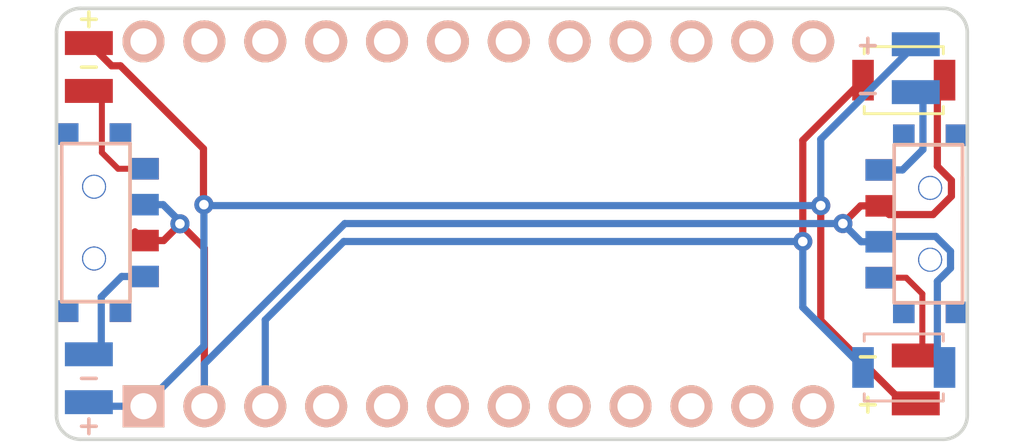
<source format=kicad_pcb>
(kicad_pcb (version 20211014) (generator pcbnew)
  (title_block (title "battpack") (rev "v1.0.0") (company "Unknown"))
  (layers (0 "F.Cu" signal) (31 "B.Cu" signal) (34 "B.Paste" user) (35 "F.Paste" user) (36 "B.SilkS" user "B.Silkscreen") (37 "F.SilkS" user "F.Silkscreen") (38 "B.Mask" user) (39 "F.Mask" user) (44 "Edge.Cuts" user))
  (net 0 "")
  (net 1 "RAW")
  (net 2 "GND")
  (net 3 "RST")
  (net 4 "VCC")
  (net 5 "F4")
  (net 6 "F5")
  (net 7 "F6")
  (net 8 "F7")
  (net 9 "B1")
  (net 10 "B3")
  (net 11 "B2")
  (net 12 "B6")
  (net 13 "D3")
  (net 14 "D2")
  (net 15 "D1")
  (net 16 "D0")
  (net 17 "D4")
  (net 18 "C6")
  (net 19 "D7")
  (net 20 "E6")
  (net 21 "B4")
  (net 22 "B5")
  (net 23 "BAT")
  (footprint "SMDPad" (layer "F.Cu") (at 82.1 44.6)
    (fp_text reference "PAD2" hide)
    (fp_text value "" hide)
    (fp_text user "-" (at -2 0) (layer "B.SilkS") (effects (font (size 0.8 0.8)) (justify mirror)))
    (pad "1" smd rect locked (at 0 0) (size 2 1) (layers "B.Cu" "B.Paste" "B.Mask") (net 23 "BAT"))
  )
  (footprint "SMDPad" (layer "F.Cu") (at 47.6 55.55 180)
    (fp_text reference "PAD2" hide)
    (fp_text value "" hide)
    (fp_text user "-" (at 0 -0.95) (layer "B.SilkS") (effects (font (size 0.8 0.8)) (justify mirror)))
    (pad "1" smd rect locked (at 0 0 180) (size 2 1) (layers "B.Cu" "B.Paste" "B.Mask") (net 23 "BAT"))
  )
  (footprint "SW_SPST_B3U-1000P" (layer "F.Cu") (at 81.6 44.1)
    (fp_text reference "B1" hide)
    (fp_text value "")
    (fp_line (start 1.65 -1.4) (end 1.65 -1.1) (layer "F.SilkS") (width 0.12))
    (fp_line (start -1.65 1.1) (end -1.65 1.4) (layer "F.SilkS") (width 0.12))
    (fp_line (start -1.65 1.4) (end 1.65 1.4) (layer "F.SilkS") (width 0.12))
    (fp_line (start 1.65 1.4) (end 1.65 1.1) (layer "F.SilkS") (width 0.12))
    (fp_line (start -1.65 -1.4) (end 1.65 -1.4) (layer "F.SilkS") (width 0.12))
    (fp_line (start -1.65 -1.1) (end -1.65 -1.4) (layer "F.SilkS") (width 0.12))
    (pad "1" smd rect locked (at -1.7 0) (size 0.9 1.7) (layers "F.Cu" "F.Paste" "F.Mask") (net 3 "RST"))
    (pad "2" smd rect locked (at 1.7 0) (size 0.9 1.7) (layers "F.Cu" "F.Paste" "F.Mask") (net 2 "GND"))
  )
  (footprint "SW_SPST_B3U-1000P" (layer "F.Cu") (at 81.6 56.1)
    (fp_text reference "B2" hide)
    (fp_text value "")
    (fp_line (start -1.65 1.1) (end -1.65 1.4) (layer "B.SilkS") (width 0.12))
    (fp_line (start -1.65 -1.1) (end -1.65 -1.4) (layer "B.SilkS") (width 0.12))
    (fp_line (start 1.65 1.4) (end 1.65 1.1) (layer "B.SilkS") (width 0.12))
    (fp_line (start -1.65 1.4) (end 1.65 1.4) (layer "B.SilkS") (width 0.12))
    (fp_line (start 1.65 -1.4) (end 1.65 -1.1) (layer "B.SilkS") (width 0.12))
    (fp_line (start -1.65 -1.4) (end 1.65 -1.4) (layer "B.SilkS") (width 0.12))
    (pad "1" smd rect locked (at -1.7 0) (size 0.9 1.7) (layers "B.Cu" "B.Paste" "B.Mask") (net 3 "RST"))
    (pad "2" smd rect locked (at 1.7 0) (size 0.9 1.7) (layers "B.Cu" "B.Paste" "B.Mask") (net 2 "GND"))
  )
  (footprint "SMDPad" (layer "F.Cu") (at 82.1 55.6)
    (fp_text reference "PAD4" hide)
    (fp_text value "" hide)
    (fp_text user "-" (at -2 0) (layer "F.SilkS") (effects (font (size 0.8 0.8))))
    (pad "1" smd rect locked (at 0 0) (size 2 1) (layers "F.Cu" "F.Paste" "F.Mask") (net 23 "BAT"))
  )
  (footprint "SMDPad" (layer "F.Cu") (at 82.1 42.6)
    (fp_text reference "PAD1" hide)
    (fp_text value "" hide)
    (fp_text user "+" (at -2 0) (layer "B.SilkS") (effects (font (size 0.8 0.8)) (justify mirror)))
    (pad "1" smd rect locked (at 0 0) (size 2 1) (layers "B.Cu" "B.Paste" "B.Mask") (net 1 "RAW"))
  )
  (footprint "E73:SPDT_C128955" (layer "F.Cu") (at 82.7 50.1 -90)
    (fp_text reference "T2" hide)
    (fp_text value "" hide)
    (fp_line (start 0 -1.35) (end -3.3 -1.35) (layer "F.SilkS") (width 0.15))
    (fp_line (start 3.3 1.5) (end 3.3 -1.35) (layer "F.SilkS") (width 0.15))
    (fp_line (start -3.3 -1.35) (end -3.3 1.5) (layer "F.SilkS") (width 0.15))
    (fp_line (start -3.3 1.5) (end 3.3 1.5) (layer "F.SilkS") (width 0.15))
    (fp_line (start 0 -1.35) (end 3.3 -1.35) (layer "F.SilkS") (width 0.15))
    (fp_line (start 1.95 -1.35) (end -1.95 -1.35) (layer "F.SilkS") (width 0.15))
    (pad "" np_thru_hole circle locked (at 1.5 0) (size 1 1) (drill 0.9) (layers *.Cu *.Mask))
    (pad "" smd rect locked (at 3.7 -1.1 270) (size 0.9 0.9) (layers "F.Cu" "F.Paste" "F.Mask"))
    (pad "" smd rect locked (at 3.7 1.1 270) (size 0.9 0.9) (layers "F.Cu" "F.Paste" "F.Mask"))
    (pad "" np_thru_hole circle locked (at -1.5 0) (size 1 1) (drill 0.9) (layers *.Cu *.Mask))
    (pad "" smd rect locked (at -3.7 1.1 270) (size 0.9 0.9) (layers "F.Cu" "F.Paste" "F.Mask"))
    (pad "" smd rect locked (at -3.7 -1.1 270) (size 0.9 0.9) (layers "F.Cu" "F.Paste" "F.Mask"))
    (pad "1" smd rect locked (at 2.25 2.075 270) (size 0.9 1.25) (layers "F.Cu" "F.Paste" "F.Mask") (net 23 "BAT"))
    (pad "2" smd rect locked (at -0.75 2.075 270) (size 0.9 1.25) (layers "F.Cu" "F.Paste" "F.Mask") (net 2 "GND"))
    (pad "3" smd rect locked (at -2.25 2.075 270) (size 0.9 1.25) (layers "F.Cu" "F.Paste" "F.Mask"))
  )
  (footprint "SMDPad" (layer "F.Cu") (at 82.1 57.6)
    (fp_text reference "PAD3" hide)
    (fp_text value "" hide)
    (fp_text user "+" (at -2 0) (layer "F.SilkS") (effects (font (size 0.8 0.8))))
    (pad "1" smd rect locked (at 0 0) (size 2 1) (layers "F.Cu" "F.Paste" "F.Mask") (net 1 "RAW"))
  )
  (footprint "E73:SPDT_C128955" (layer "F.Cu") (at 47.817752 50.05 90)
    (fp_text reference "T2" hide)
    (fp_text value "" hide)
    (fp_line (start -3.3 -1.35) (end -3.3 1.5) (layer "F.SilkS") (width 0.15))
    (fp_line (start 3.3 1.5) (end 3.3 -1.35) (layer "F.SilkS") (width 0.15))
    (fp_line (start 0 -1.35) (end 3.3 -1.35) (layer "F.SilkS") (width 0.15))
    (fp_line (start 0 -1.35) (end -3.3 -1.35) (layer "F.SilkS") (width 0.15))
    (fp_line (start 1.95 -1.35) (end -1.95 -1.35) (layer "F.SilkS") (width 0.15))
    (fp_line (start -3.3 1.5) (end 3.3 1.5) (layer "F.SilkS") (width 0.15))
    (pad "" smd rect locked (at -3.7 -1.1 90) (size 0.9 0.9) (layers "F.Cu" "F.Paste" "F.Mask"))
    (pad "" smd rect locked (at -3.7 1.1 90) (size 0.9 0.9) (layers "F.Cu" "F.Paste" "F.Mask"))
    (pad "" np_thru_hole circle locked (at 1.5 0 180) (size 1 1) (drill 0.9) (layers *.Cu *.Mask))
    (pad "" smd rect locked (at 3.7 1.1 90) (size 0.9 0.9) (layers "F.Cu" "F.Paste" "F.Mask"))
    (pad "" smd rect locked (at 3.7 -1.1 90) (size 0.9 0.9) (layers "F.Cu" "F.Paste" "F.Mask"))
    (pad "" np_thru_hole circle locked (at -1.5 0 180) (size 1 1) (drill 0.9) (layers *.Cu *.Mask))
    (pad "1" smd rect locked (at 2.25 2.075 90) (size 0.9 1.25) (layers "F.Cu" "F.Paste" "F.Mask") (net 23 "BAT"))
    (pad "2" smd rect locked (at -0.75 2.075 90) (size 0.9 1.25) (layers "F.Cu" "F.Paste" "F.Mask") (net 2 "GND"))
    (pad "3" smd rect locked (at -2.25 2.075 90) (size 0.9 1.25) (layers "F.Cu" "F.Paste" "F.Mask"))
  )
  (footprint "SMDPad" (layer "F.Cu") (at 47.6 42.55 180)
    (fp_text reference "PAD3" hide)
    (fp_text value "" hide)
    (fp_text user "+" (at 0 1.05) (layer "F.SilkS") (effects (font (size 0.8 0.8))))
    (pad "1" smd rect locked (at 0 0 180) (size 2 1) (layers "F.Cu" "F.Paste" "F.Mask") (net 1 "RAW"))
  )
  (footprint "CONTROLLER" (layer "F.Cu") (at 63.85 50.1)
    (fp_text reference "" (at 0 0) (layer "F.SilkS") (effects (font (size 1.27 1.27))))
    (fp_text value "CONTROLLER" hide)
    (pad "1" thru_hole rect locked (at -13.97 7.62) (size 1.7526 1.7526) (drill 1.0922) (layers *.Cu *.SilkS *.Mask) (net 1 "RAW"))
    (pad "2" thru_hole circle locked (at -11.43 7.62) (size 1.7526 1.7526) (drill 1.0922) (layers *.Cu *.SilkS *.Mask) (net 2 "GND"))
    (pad "3" thru_hole circle locked (at -8.89 7.62) (size 1.7526 1.7526) (drill 1.0922) (layers *.Cu *.SilkS *.Mask) (net 3 "RST"))
    (pad "4" thru_hole circle locked (at -6.35 7.62) (size 1.7526 1.7526) (drill 1.0922) (layers *.Cu *.SilkS *.Mask) (net 4 "VCC"))
    (pad "5" thru_hole circle locked (at -3.81 7.62) (size 1.7526 1.7526) (drill 1.0922) (layers *.Cu *.SilkS *.Mask) (net 5 "F4"))
    (pad "6" thru_hole circle locked (at -1.27 7.62) (size 1.7526 1.7526) (drill 1.0922) (layers *.Cu *.SilkS *.Mask) (net 6 "F5"))
    (pad "7" thru_hole circle locked (at 1.27 7.62) (size 1.7526 1.7526) (drill 1.0922) (layers *.Cu *.SilkS *.Mask) (net 7 "F6"))
    (pad "8" thru_hole circle locked (at 3.81 7.62) (size 1.7526 1.7526) (drill 1.0922) (layers *.Cu *.SilkS *.Mask) (net 8 "F7"))
    (pad "9" thru_hole circle locked (at 6.35 7.62) (size 1.7526 1.7526) (drill 1.0922) (layers *.Cu *.SilkS *.Mask) (net 9 "B1"))
    (pad "10" thru_hole circle locked (at 8.89 7.62) (size 1.7526 1.7526) (drill 1.0922) (layers *.Cu *.SilkS *.Mask) (net 10 "B3"))
    (pad "11" thru_hole circle locked (at 11.43 7.62) (size 1.7526 1.7526) (drill 1.0922) (layers *.Cu *.SilkS *.Mask) (net 11 "B2"))
    (pad "12" thru_hole circle locked (at 13.97 7.62) (size 1.7526 1.7526) (drill 1.0922) (layers *.Cu *.SilkS *.Mask) (net 12 "B6"))
    (pad "13" thru_hole circle locked (at 13.97 -7.62) (size 1.7526 1.7526) (drill 1.0922) (layers *.Cu *.SilkS *.Mask) (net 22 "B5"))
    (pad "14" thru_hole circle locked (at 11.43 -7.62) (size 1.7526 1.7526) (drill 1.0922) (layers *.Cu *.SilkS *.Mask) (net 21 "B4"))
    (pad "15" thru_hole circle locked (at 8.89 -7.62) (size 1.7526 1.7526) (drill 1.0922) (layers *.Cu *.SilkS *.Mask) (net 20 "E6"))
    (pad "16" thru_hole circle locked (at 6.35 -7.62) (size 1.7526 1.7526) (drill 1.0922) (layers *.Cu *.SilkS *.Mask) (net 19 "D7"))
    (pad "17" thru_hole circle locked (at 3.81 -7.62) (size 1.7526 1.7526) (drill 1.0922) (layers *.Cu *.SilkS *.Mask) (net 18 "C6"))
    (pad "18" thru_hole circle locked (at 1.27 -7.62) (size 1.7526 1.7526) (drill 1.0922) (layers *.Cu *.SilkS *.Mask) (net 17 "D4"))
    (pad "19" thru_hole circle locked (at -1.27 -7.62) (size 1.7526 1.7526) (drill 1.0922) (layers *.Cu *.SilkS *.Mask) (net 16 "D0"))
    (pad "20" thru_hole circle locked (at -3.81 -7.62) (size 1.7526 1.7526) (drill 1.0922) (layers *.Cu *.SilkS *.Mask) (net 15 "D1"))
    (pad "21" thru_hole circle locked (at -6.35 -7.62) (size 1.7526 1.7526) (drill 1.0922) (layers *.Cu *.SilkS *.Mask) (net 2 "GND"))
    (pad "22" thru_hole circle locked (at -8.89 -7.62) (size 1.7526 1.7526) (drill 1.0922) (layers *.Cu *.SilkS *.Mask) (net 2 "GND"))
    (pad "23" thru_hole circle locked (at -11.43 -7.62) (size 1.7526 1.7526) (drill 1.0922) (layers *.Cu *.SilkS *.Mask) (net 14 "D2"))
    (pad "24" thru_hole circle locked (at -13.97 -7.62) (size 1.7526 1.7526) (drill 1.0922) (layers *.Cu *.SilkS *.Mask) (net 13 "D3"))
  )
  (footprint "SMDPad" (layer "F.Cu") (at 47.6 44.55 180)
    (fp_text reference "PAD4" hide)
    (fp_text value "" hide)
    (fp_text user "-" (at 0 1.05) (layer "F.SilkS") (effects (font (size 0.8 0.8))))
    (pad "1" smd rect locked (at 0 0 180) (size 2 1) (layers "F.Cu" "F.Paste" "F.Mask") (net 23 "BAT"))
  )
  (footprint "SMDPad" (layer "F.Cu") (at 47.6 57.55 180)
    (fp_text reference "PAD1" hide)
    (fp_text value "" hide)
    (fp_text user "+" (at 0 -0.95) (layer "B.SilkS") (effects (font (size 0.8 0.8)) (justify mirror)))
    (pad "1" smd rect locked (at 0 0 180) (size 2 1) (layers "B.Cu" "B.Paste" "B.Mask") (net 1 "RAW"))
  )
  (footprint "E73:SPDT_C128955" (layer "B.Cu") (at 82.7 50.1 -90)
    (fp_text reference "T1" hide)
    (fp_text value "" hide)
    (fp_line (start -3.3 -1.35) (end -3.3 1.5) (layer "B.SilkS") (width 0.15))
    (fp_line (start 1.95 -1.35) (end -1.95 -1.35) (layer "B.SilkS") (width 0.15))
    (fp_line (start 3.3 1.5) (end 3.3 -1.35) (layer "B.SilkS") (width 0.15))
    (fp_line (start 0 -1.35) (end -3.3 -1.35) (layer "B.SilkS") (width 0.15))
    (fp_line (start -3.3 1.5) (end 3.3 1.5) (layer "B.SilkS") (width 0.15))
    (fp_line (start 0 -1.35) (end 3.3 -1.35) (layer "B.SilkS") (width 0.15))
    (pad "" smd rect locked (at 3.7 -1.1 270) (size 0.9 0.9) (layers "B.Cu" "B.Paste" "B.Mask"))
    (pad "" smd rect locked (at -3.7 -1.1 270) (size 0.9 0.9) (layers "B.Cu" "B.Paste" "B.Mask"))
    (pad "" np_thru_hole circle locked (at 1.5 0) (size 1 1) (drill 0.9) (layers *.Cu *.Mask))
    (pad "" np_thru_hole circle locked (at -1.5 0) (size 1 1) (drill 0.9) (layers *.Cu *.Mask))
    (pad "" smd rect locked (at 3.7 1.1 270) (size 0.9 0.9) (layers "B.Cu" "B.Paste" "B.Mask"))
    (pad "" smd rect locked (at -3.7 1.1 270) (size 0.9 0.9) (layers "B.Cu" "B.Paste" "B.Mask"))
    (pad "1" smd rect locked (at -2.25 2.075 270) (size 0.9 1.25) (layers "B.Cu" "B.Paste" "B.Mask") (net 23 "BAT"))
    (pad "2" smd rect locked (at 0.75 2.075 270) (size 0.9 1.25) (layers "B.Cu" "B.Paste" "B.Mask") (net 2 "GND"))
    (pad "3" smd rect locked (at 2.25 2.075 270) (size 0.9 1.25) (layers "B.Cu" "B.Paste" "B.Mask"))
  )
  (footprint "E73:SPDT_C128955" (layer "B.Cu") (at 47.817752 50.05 90)
    (fp_text reference "T1" hide)
    (fp_text value "" hide)
    (fp_line (start 0 -1.35) (end 3.3 -1.35) (layer "B.SilkS") (width 0.15))
    (fp_line (start -3.3 -1.35) (end -3.3 1.5) (layer "B.SilkS") (width 0.15))
    (fp_line (start 3.3 1.5) (end 3.3 -1.35) (layer "B.SilkS") (width 0.15))
    (fp_line (start 1.95 -1.35) (end -1.95 -1.35) (layer "B.SilkS") (width 0.15))
    (fp_line (start 0 -1.35) (end -3.3 -1.35) (layer "B.SilkS") (width 0.15))
    (fp_line (start -3.3 1.5) (end 3.3 1.5) (layer "B.SilkS") (width 0.15))
    (pad "" smd rect locked (at 3.7 1.1 90) (size 0.9 0.9) (layers "B.Cu" "B.Paste" "B.Mask"))
    (pad "" smd rect locked (at -3.7 -1.1 90) (size 0.9 0.9) (layers "B.Cu" "B.Paste" "B.Mask"))
    (pad "" np_thru_hole circle locked (at 1.5 0 180) (size 1 1) (drill 0.9) (layers *.Cu *.Mask))
    (pad "" np_thru_hole circle locked (at -1.5 0 180) (size 1 1) (drill 0.9) (layers *.Cu *.Mask))
    (pad "" smd rect locked (at 3.7 -1.1 90) (size 0.9 0.9) (layers "B.Cu" "B.Paste" "B.Mask"))
    (pad "" smd rect locked (at -3.7 1.1 90) (size 0.9 0.9) (layers "B.Cu" "B.Paste" "B.Mask"))
    (pad "1" smd rect locked (at -2.25 2.075 90) (size 0.9 1.25) (layers "B.Cu" "B.Paste" "B.Mask") (net 23 "BAT"))
    (pad "2" smd rect locked (at 0.75 2.075 90) (size 0.9 1.25) (layers "B.Cu" "B.Paste" "B.Mask") (net 2 "GND"))
    (pad "3" smd rect locked (at 2.25 2.075 90) (size 0.9 1.25) (layers "B.Cu" "B.Paste" "B.Mask"))
  )
  (gr_line (start 46.25 42.1) (end 46.25 58.1) (layer "Edge.Cuts") (width 0.15))
  (gr_arc (start 47.25 59.1) (mid 46.542893 58.807107) (end 46.25 58.1) (layer "Edge.Cuts") (width 0.15))
  (gr_arc (start 84.25 58.1) (mid 83.957107 58.807107) (end 83.25 59.1) (layer "Edge.Cuts") (width 0.15))
  (gr_line (start 83.25 41.1) (end 47.25 41.1) (layer "Edge.Cuts") (width 0.15))
  (gr_line (start 84.25 58.1) (end 84.25 42.1) (layer "Edge.Cuts") (width 0.15))
  (gr_line (start 47.25 59.1) (end 83.25 59.1) (layer "Edge.Cuts") (width 0.15))
  (gr_arc (start 46.25 42.1) (mid 46.542893 41.392893) (end 47.25 41.1) (layer "Edge.Cuts") (width 0.15))
  (gr_arc (start 83.25 41.1) (mid 83.957107 41.392893) (end 84.25 42.1) (layer "Edge.Cuts") (width 0.15))
  (segment (start 78.135505 49.340213) (end 78.135505 54.135505) (width 0.3) (layer "F.Cu") (net 1))
  (segment (start 52.382247 49.282247) (end 52.382247 46.964495) (width 0.3) (layer "F.Cu") (net 1))
  (segment (start 81.6 57.6) (end 82.1 57.6) (width 0.3) (layer "F.Cu") (net 1))
  (segment (start 48.55 43.5) (end 47.6 42.55) (width 0.3) (layer "F.Cu") (net 1))
  (segment (start 48.917752 43.5) (end 48.55 43.5) (width 0.3) (layer "F.Cu") (net 1))
  (segment (start 78.135505 54.135505) (end 81.6 57.6) (width 0.3) (layer "F.Cu") (net 1))
  (segment (start 52.382247 46.964495) (end 48.917752 43.5) (width 0.3) (layer "F.Cu") (net 1))
  (segment (start 52.4 49.3) (end 52.382247 49.282247) (width 0.3) (layer "F.Cu") (net 1))
  (via (at 52.4 49.3) (size 0.8) (drill 0.4) (layers "F.Cu" "B.Cu") (net 1))
  (via (at 78.135505 49.340213) (size 0.8) (drill 0.4) (layers "F.Cu" "B.Cu") (net 1))
  (segment (start 49.88 57.72) (end 52.4 55.2) (width 0.3) (layer "B.Cu") (net 1))
  (segment (start 49.88 57.72) (end 47.77 57.72) (width 0.3) (layer "B.Cu") (net 1))
  (segment (start 47.77 57.72) (end 47.6 57.55) (width 0.3) (layer "B.Cu") (net 1))
  (segment (start 52.440213 49.340213) (end 52.4 49.3) (width 0.3) (layer "B.Cu") (net 1))
  (segment (start 78.135505 46.564495) (end 78.135505 49.340213) (width 0.3) (layer "B.Cu") (net 1))
  (segment (start 52.4 55.2) (end 52.4 49.3) (width 0.3) (layer "B.Cu") (net 1))
  (segment (start 78.135505 49.340213) (end 52.440213 49.340213) (width 0.3) (layer "B.Cu") (net 1))
  (segment (start 82.1 42.6) (end 78.135505 46.564495) (width 0.3) (layer "B.Cu") (net 1))
  (segment (start 52.42 57.72) (end 52.42 51.12) (width 0.3) (layer "F.Cu") (net 2))
  (segment (start 83.3 44.1) (end 83.000489 44.399511) (width 0.3) (layer "F.Cu") (net 2))
  (segment (start 82.819446 49.715011) (end 80.990011 49.715011) (width 0.3) (layer "F.Cu") (net 2))
  (segment (start 49.527741 50.434989) (end 49.892752 50.8) (width 0.3) (layer "F.Cu") (net 2))
  (segment (start 50.719115 50.8) (end 49.892752 50.8) (width 0.3) (layer "F.Cu") (net 2))
  (segment (start 83.587657 48.286252) (end 83.587657 48.9468) (width 0.3) (layer "F.Cu") (net 2))
  (segment (start 83.000489 44.399511) (end 83.000489 47.699084) (width 0.3) (layer "F.Cu") (net 2))
  (segment (start 79.058924 50.089713) (end 79.798637 49.35) (width 0.3) (layer "F.Cu") (net 2))
  (segment (start 51.458828 50.060287) (end 50.719115 50.8) (width 0.3) (layer "F.Cu") (net 2))
  (segment (start 79.798637 49.35) (end 80.625 49.35) (width 0.3) (layer "F.Cu") (net 2))
  (segment (start 52.42 51.12) (end 51.4 50.1) (width 0.3) (layer "F.Cu") (net 2))
  (segment (start 80.990011 49.715011) (end 80.625 49.35) (width 0.3) (layer "F.Cu") (net 2))
  (segment (start 83.000489 47.699084) (end 83.587657 48.286252) (width 0.3) (layer "F.Cu") (net 2))
  (segment (start 83.587657 48.9468) (end 82.819446 49.715011) (width 0.3) (layer "F.Cu") (net 2))
  (via (at 51.4 50.1) (size 0.8) (drill 0.4) (layers "F.Cu" "B.Cu") (net 2))
  (via (at 79.058924 50.089713) (size 0.8) (drill 0.4) (layers "F.Cu" "B.Cu") (net 2))
  (segment (start 49.669199 49.523553) (end 49.892752 49.3) (width 0.3) (layer "B.Cu") (net 2))
  (segment (start 80.625 50.85) (end 79.819211 50.85) (width 0.3) (layer "B.Cu") (net 2))
  (segment (start 83.3 56.1) (end 83.000489 55.800489) (width 0.3) (layer "B.Cu") (net 2))
  (segment (start 50.698541 49.3) (end 51.458828 50.060287) (width 0.3) (layer "B.Cu") (net 2))
  (segment (start 49.892752 49.3) (end 50.698541 49.3) (width 0.3) (layer "B.Cu") (net 2))
  (segment (start 83.549521 51.951884) (end 83.549521 51.248116) (width 0.3) (layer "B.Cu") (net 2))
  (segment (start 52.42 55.948356) (end 52.42 57.72) (width 0.3) (layer "B.Cu") (net 2))
  (segment (start 83.000489 52.500916) (end 83.549521 51.951884) (width 0.3) (layer "B.Cu") (net 2))
  (segment (start 83.549521 51.248116) (end 82.927852 50.626447) (width 0.3) (layer "B.Cu") (net 2))
  (segment (start 58.278643 50.089713) (end 52.42 55.948356) (width 0.3) (layer "B.Cu") (net 2))
  (segment (start 82.927852 50.626447) (end 80.848553 50.626447) (width 0.3) (layer "B.Cu") (net 2))
  (segment (start 79.058924 50.089713) (end 58.278643 50.089713) (width 0.3) (layer "B.Cu") (net 2))
  (segment (start 80.848553 50.626447) (end 80.625 50.85) (width 0.3) (layer "B.Cu") (net 2))
  (segment (start 79.819211 50.85) (end 79.058924 50.089713) (width 0.3) (layer "B.Cu") (net 2))
  (segment (start 83.000489 55.800489) (end 83.000489 52.500916) (width 0.3) (layer "B.Cu") (net 2))
  (segment (start 77.386005 50.839213) (end 77.386005 46.613995) (width 0.3) (layer "F.Cu") (net 3))
  (segment (start 77.386005 46.613995) (end 79.9 44.1) (width 0.3) (layer "F.Cu") (net 3))
  (via (at 77.386005 50.839213) (size 0.8) (drill 0.4) (layers "F.Cu" "B.Cu") (net 3))
  (segment (start 58.235571 50.839213) (end 54.96 54.114784) (width 0.3) (layer "B.Cu") (net 3))
  (segment (start 79.9 56.1) (end 77.386005 53.586005) (width 0.3) (layer "B.Cu") (net 3))
  (segment (start 77.386005 53.586005) (end 77.386005 50.839213) (width 0.3) (layer "B.Cu") (net 3))
  (segment (start 54.96 54.114784) (end 54.96 57.72) (width 0.3) (layer "B.Cu") (net 3))
  (segment (start 77.386005 50.839213) (end 58.235571 50.839213) (width 0.3) (layer "B.Cu") (net 3))
  (segment (start 48.143241 47.124511) (end 48.81873 47.8) (width 0.25) (layer "F.Cu") (net 23))
  (segment (start 82.374511 53.025489) (end 81.699022 52.35) (width 0.25) (layer "F.Cu") (net 23))
  (segment (start 48.143241 44.824511) (end 48.143241 47.124511) (width 0.25) (layer "F.Cu") (net 23))
  (segment (start 81.699022 52.35) (end 80.625 52.35) (width 0.25) (layer "F.Cu") (net 23))
  (segment (start 82.374511 55.325489) (end 82.374511 53.025489) (width 0.25) (layer "F.Cu") (net 23))
  (segment (start 82.1 55.6) (end 82.374511 55.325489) (width 0.25) (layer "F.Cu") (net 23))
  (segment (start 48.81873 47.8) (end 49.892752 47.8) (width 0.25) (layer "F.Cu") (net 23))
  (segment (start 48.417752 44.55) (end 48.143241 44.824511) (width 0.25) (layer "F.Cu") (net 23))
  (segment (start 82.399511 44.899511) (end 82.399511 46.99724) (width 0.3) (layer "B.Cu") (net 23))
  (segment (start 81.546751 47.85) (end 80.625 47.85) (width 0.3) (layer "B.Cu") (net 23))
  (segment (start 82.399511 46.99724) (end 81.546751 47.85) (width 0.3) (layer "B.Cu") (net 23))
  (segment (start 82.1 44.6) (end 82.399511 44.899511) (width 0.3) (layer "B.Cu") (net 23))
  (segment (start 48.118241 53.15276) (end 48.971001 52.3) (width 0.3) (layer "B.Cu") (net 23))
  (segment (start 48.118241 55.250489) (end 48.118241 53.15276) (width 0.3) (layer "B.Cu") (net 23))
  (segment (start 48.417752 55.55) (end 48.118241 55.250489) (width 0.3) (layer "B.Cu") (net 23))
  (segment (start 48.971001 52.3) (end 49.892752 52.3) (width 0.3) (layer "B.Cu") (net 23))
)
</source>
